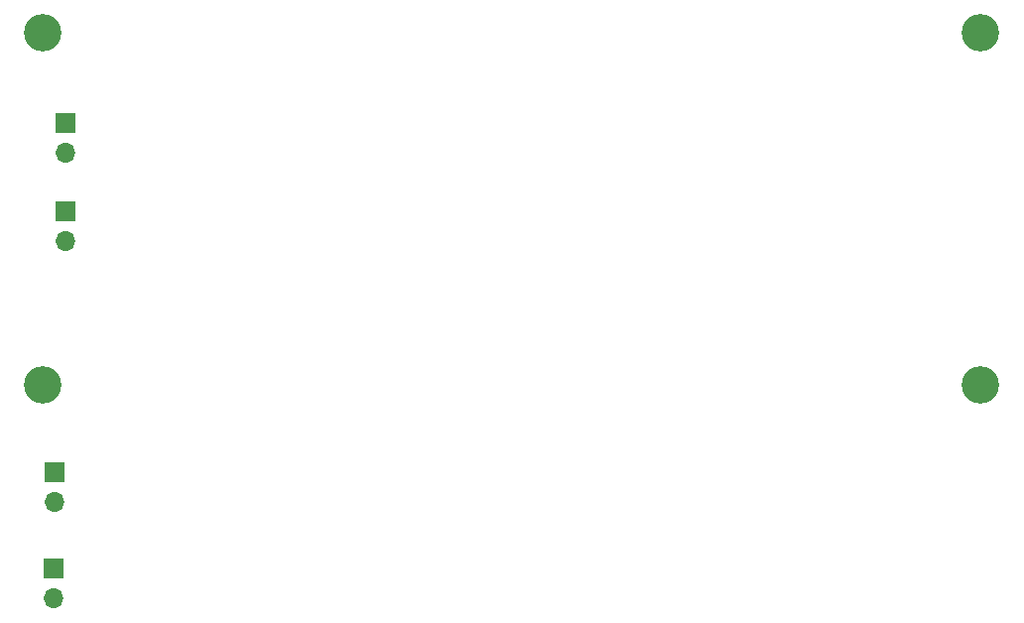
<source format=gbr>
%TF.GenerationSoftware,KiCad,Pcbnew,7.0.9-7.0.9~ubuntu22.04.1*%
%TF.CreationDate,2023-12-20T21:39:59+00:00*%
%TF.ProjectId,green_uv_led_pcb,67726565-6e5f-4757-965f-6c65645f7063,rev?*%
%TF.SameCoordinates,Original*%
%TF.FileFunction,Soldermask,Bot*%
%TF.FilePolarity,Negative*%
%FSLAX46Y46*%
G04 Gerber Fmt 4.6, Leading zero omitted, Abs format (unit mm)*
G04 Created by KiCad (PCBNEW 7.0.9-7.0.9~ubuntu22.04.1) date 2023-12-20 21:39:59*
%MOMM*%
%LPD*%
G01*
G04 APERTURE LIST*
%ADD10R,1.700000X1.700000*%
%ADD11O,1.700000X1.700000*%
%ADD12C,3.200000*%
G04 APERTURE END LIST*
D10*
%TO.C,J4*%
X100900000Y-113700000D03*
D11*
X100900000Y-116240000D03*
%TD*%
D10*
%TO.C,J2*%
X101900000Y-83200000D03*
D11*
X101900000Y-85740000D03*
%TD*%
D10*
%TO.C,J3*%
X101000000Y-105460000D03*
D11*
X101000000Y-108000000D03*
%TD*%
D12*
%TO.C,H2*%
X180000000Y-68000000D03*
%TD*%
%TO.C,H3*%
X100000000Y-98000000D03*
%TD*%
%TO.C,H4*%
X180000000Y-98000000D03*
%TD*%
D10*
%TO.C,J1*%
X101900000Y-75700000D03*
D11*
X101900000Y-78240000D03*
%TD*%
D12*
%TO.C,H1*%
X100000000Y-68000000D03*
%TD*%
M02*

</source>
